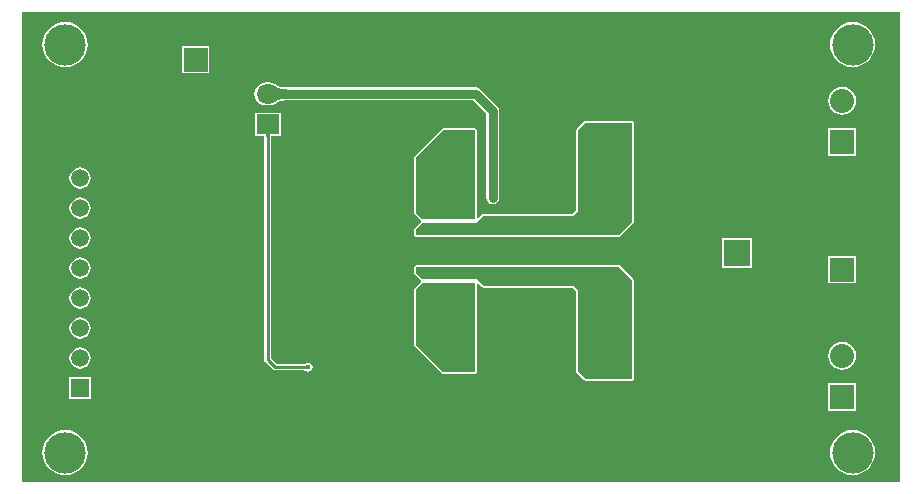
<source format=gbl>
G04*
G04 #@! TF.GenerationSoftware,Altium Limited,Altium Designer,20.2.7 (254)*
G04*
G04 Layer_Physical_Order=2*
G04 Layer_Color=16711680*
%FSLAX24Y24*%
%MOIN*%
G70*
G04*
G04 #@! TF.SameCoordinates,1EA883F8-83C0-4C25-9ED1-4D81CC3EECC2*
G04*
G04*
G04 #@! TF.FilePolarity,Positive*
G04*
G01*
G75*
%ADD15C,0.0100*%
%ADD41C,0.0060*%
%ADD42C,0.0300*%
%ADD43C,0.1380*%
%ADD44C,0.0900*%
%ADD45R,0.0900X0.0900*%
%ADD46C,0.0800*%
%ADD47R,0.0800X0.0800*%
%ADD48O,0.0750X0.0650*%
%ADD49R,0.0750X0.0650*%
%ADD50C,0.0591*%
%ADD51R,0.0591X0.0591*%
%ADD52R,0.0800X0.0800*%
%ADD53C,0.0177*%
%ADD54C,0.0197*%
G36*
X49238Y20012D02*
X19962D01*
Y35688D01*
X49238D01*
Y20012D01*
D02*
G37*
%LPC*%
G36*
X47650Y35354D02*
X47503Y35339D01*
X47362Y35296D01*
X47231Y35227D01*
X47117Y35133D01*
X47023Y35019D01*
X46954Y34888D01*
X46911Y34747D01*
X46896Y34600D01*
X46911Y34453D01*
X46954Y34312D01*
X47023Y34181D01*
X47117Y34067D01*
X47231Y33973D01*
X47362Y33904D01*
X47503Y33861D01*
X47650Y33846D01*
X47797Y33861D01*
X47938Y33904D01*
X48069Y33973D01*
X48183Y34067D01*
X48277Y34181D01*
X48346Y34312D01*
X48389Y34453D01*
X48404Y34600D01*
X48389Y34747D01*
X48346Y34888D01*
X48277Y35019D01*
X48183Y35133D01*
X48069Y35227D01*
X47938Y35296D01*
X47797Y35339D01*
X47650Y35354D01*
D02*
G37*
G36*
X21400D02*
X21253Y35339D01*
X21112Y35296D01*
X20981Y35227D01*
X20867Y35133D01*
X20773Y35019D01*
X20704Y34888D01*
X20661Y34747D01*
X20646Y34600D01*
X20661Y34453D01*
X20704Y34312D01*
X20773Y34181D01*
X20867Y34067D01*
X20981Y33973D01*
X21112Y33904D01*
X21253Y33861D01*
X21400Y33846D01*
X21547Y33861D01*
X21688Y33904D01*
X21819Y33973D01*
X21933Y34067D01*
X22027Y34181D01*
X22096Y34312D01*
X22139Y34453D01*
X22154Y34600D01*
X22139Y34747D01*
X22096Y34888D01*
X22027Y35019D01*
X21933Y35133D01*
X21819Y35227D01*
X21688Y35296D01*
X21547Y35339D01*
X21400Y35354D01*
D02*
G37*
G36*
X26210Y34560D02*
X25290D01*
Y33640D01*
X26210D01*
Y34560D01*
D02*
G37*
G36*
X47300Y33192D02*
X47180Y33176D01*
X47068Y33130D01*
X46972Y33056D01*
X46898Y32960D01*
X46852Y32848D01*
X46836Y32728D01*
X46852Y32608D01*
X46898Y32496D01*
X46972Y32400D01*
X47068Y32326D01*
X47180Y32280D01*
X47300Y32264D01*
X47420Y32280D01*
X47532Y32326D01*
X47628Y32400D01*
X47702Y32496D01*
X47748Y32608D01*
X47764Y32728D01*
X47748Y32848D01*
X47702Y32960D01*
X47628Y33056D01*
X47532Y33130D01*
X47420Y33176D01*
X47300Y33192D01*
D02*
G37*
G36*
X47760Y31810D02*
X46840D01*
Y30890D01*
X47760D01*
Y31810D01*
D02*
G37*
G36*
X21900Y30508D02*
X21807Y30496D01*
X21721Y30460D01*
X21647Y30403D01*
X21590Y30329D01*
X21554Y30243D01*
X21542Y30150D01*
X21554Y30057D01*
X21590Y29971D01*
X21647Y29897D01*
X21721Y29840D01*
X21807Y29804D01*
X21900Y29792D01*
X21993Y29804D01*
X22079Y29840D01*
X22153Y29897D01*
X22210Y29971D01*
X22246Y30057D01*
X22258Y30150D01*
X22246Y30243D01*
X22210Y30329D01*
X22153Y30403D01*
X22079Y30460D01*
X21993Y30496D01*
X21900Y30508D01*
D02*
G37*
G36*
X28200Y33348D02*
X28100D01*
X27999Y33335D01*
X27906Y33296D01*
X27825Y33235D01*
X27764Y33154D01*
X27725Y33061D01*
X27712Y32960D01*
X27725Y32859D01*
X27764Y32766D01*
X27825Y32685D01*
X27906Y32624D01*
X27999Y32585D01*
X28100Y32572D01*
X28200D01*
X28300Y32585D01*
X28394Y32624D01*
X28408Y32635D01*
X28420Y32638D01*
X28448Y32659D01*
X28476Y32676D01*
X28507Y32692D01*
X28539Y32706D01*
X28574Y32718D01*
X28612Y32727D01*
X28651Y32735D01*
X28740Y32744D01*
X28789Y32745D01*
X28790Y32746D01*
X35001D01*
X35436Y32311D01*
Y29500D01*
X35452Y29418D01*
X35499Y29349D01*
X35568Y29302D01*
X35650Y29286D01*
X35732Y29302D01*
X35801Y29349D01*
X35848Y29418D01*
X35864Y29500D01*
Y32400D01*
X35848Y32482D01*
X35801Y32551D01*
X35241Y33111D01*
X35172Y33158D01*
X35090Y33174D01*
X28790D01*
X28789Y33175D01*
X28739Y33176D01*
X28694Y33179D01*
X28652Y33185D01*
X28612Y33193D01*
X28574Y33202D01*
X28539Y33214D01*
X28507Y33228D01*
X28476Y33244D01*
X28448Y33261D01*
X28420Y33282D01*
X28408Y33285D01*
X28394Y33296D01*
X28300Y33335D01*
X28200Y33348D01*
D02*
G37*
G36*
X40300Y32065D02*
X38750D01*
X38704Y32046D01*
X38454Y31796D01*
X38435Y31750D01*
X38435Y29077D01*
X38323Y28965D01*
X36608D01*
X36604Y28963D01*
X36600Y28963D01*
X36596Y28963D01*
X36592Y28965D01*
X35350D01*
X35304Y28946D01*
X35165Y28807D01*
X35115Y28828D01*
Y31750D01*
X35096Y31796D01*
X35050Y31815D01*
X34000Y31815D01*
X33954Y31796D01*
X33054Y30896D01*
X33035Y30850D01*
Y29000D01*
X33054Y28954D01*
X33254Y28754D01*
X33259Y28752D01*
X33259Y28698D01*
X33254Y28696D01*
X33054Y28496D01*
X33035Y28450D01*
Y28266D01*
X33054Y28220D01*
X33100Y28201D01*
X38928D01*
X38966Y28185D01*
X39850D01*
X39896Y28204D01*
X40346Y28654D01*
X40365Y28700D01*
X40365Y31750D01*
Y32000D01*
X40359Y32014D01*
X40358Y32029D01*
X40358Y32029D01*
X40350Y32036D01*
X40346Y32046D01*
X40332Y32052D01*
X40321Y32062D01*
X40320Y32062D01*
X40310Y32061D01*
X40300Y32065D01*
D02*
G37*
G36*
X21900Y29508D02*
X21807Y29496D01*
X21721Y29460D01*
X21647Y29403D01*
X21590Y29329D01*
X21554Y29243D01*
X21542Y29150D01*
X21554Y29057D01*
X21590Y28971D01*
X21647Y28897D01*
X21721Y28840D01*
X21807Y28804D01*
X21900Y28792D01*
X21993Y28804D01*
X22079Y28840D01*
X22153Y28897D01*
X22210Y28971D01*
X22246Y29057D01*
X22258Y29150D01*
X22246Y29243D01*
X22210Y29329D01*
X22153Y29403D01*
X22079Y29460D01*
X21993Y29496D01*
X21900Y29508D01*
D02*
G37*
G36*
Y28508D02*
X21807Y28496D01*
X21721Y28460D01*
X21647Y28403D01*
X21590Y28329D01*
X21554Y28243D01*
X21542Y28150D01*
X21554Y28057D01*
X21590Y27971D01*
X21647Y27897D01*
X21721Y27840D01*
X21807Y27804D01*
X21900Y27792D01*
X21993Y27804D01*
X22079Y27840D01*
X22153Y27897D01*
X22210Y27971D01*
X22246Y28057D01*
X22258Y28150D01*
X22246Y28243D01*
X22210Y28329D01*
X22153Y28403D01*
X22079Y28460D01*
X21993Y28496D01*
X21900Y28508D01*
D02*
G37*
G36*
X44310Y28160D02*
X43290D01*
Y27140D01*
X44310D01*
Y28160D01*
D02*
G37*
G36*
X21900Y27508D02*
X21807Y27496D01*
X21721Y27460D01*
X21647Y27403D01*
X21590Y27329D01*
X21554Y27243D01*
X21542Y27150D01*
X21554Y27057D01*
X21590Y26971D01*
X21647Y26897D01*
X21721Y26840D01*
X21807Y26804D01*
X21900Y26792D01*
X21993Y26804D01*
X22079Y26840D01*
X22153Y26897D01*
X22210Y26971D01*
X22246Y27057D01*
X22258Y27150D01*
X22246Y27243D01*
X22210Y27329D01*
X22153Y27403D01*
X22079Y27460D01*
X21993Y27496D01*
X21900Y27508D01*
D02*
G37*
G36*
X47760Y27560D02*
X46840D01*
Y26640D01*
X47760D01*
Y27560D01*
D02*
G37*
G36*
X21900Y26508D02*
X21807Y26496D01*
X21721Y26460D01*
X21647Y26403D01*
X21590Y26329D01*
X21554Y26243D01*
X21542Y26150D01*
X21554Y26057D01*
X21590Y25971D01*
X21647Y25897D01*
X21721Y25840D01*
X21807Y25804D01*
X21900Y25792D01*
X21993Y25804D01*
X22079Y25840D01*
X22153Y25897D01*
X22210Y25971D01*
X22246Y26057D01*
X22258Y26150D01*
X22246Y26243D01*
X22210Y26329D01*
X22153Y26403D01*
X22079Y26460D01*
X21993Y26496D01*
X21900Y26508D01*
D02*
G37*
G36*
Y25508D02*
X21807Y25496D01*
X21721Y25460D01*
X21647Y25403D01*
X21590Y25329D01*
X21554Y25243D01*
X21542Y25150D01*
X21554Y25057D01*
X21590Y24971D01*
X21647Y24897D01*
X21721Y24840D01*
X21807Y24804D01*
X21900Y24792D01*
X21993Y24804D01*
X22079Y24840D01*
X22153Y24897D01*
X22210Y24971D01*
X22246Y25057D01*
X22258Y25150D01*
X22246Y25243D01*
X22210Y25329D01*
X22153Y25403D01*
X22079Y25460D01*
X21993Y25496D01*
X21900Y25508D01*
D02*
G37*
G36*
Y24508D02*
X21807Y24496D01*
X21721Y24460D01*
X21647Y24403D01*
X21590Y24329D01*
X21554Y24243D01*
X21542Y24150D01*
X21554Y24057D01*
X21590Y23971D01*
X21647Y23897D01*
X21721Y23840D01*
X21807Y23804D01*
X21900Y23792D01*
X21993Y23804D01*
X22079Y23840D01*
X22153Y23897D01*
X22210Y23971D01*
X22246Y24057D01*
X22258Y24150D01*
X22246Y24243D01*
X22210Y24329D01*
X22153Y24403D01*
X22079Y24460D01*
X21993Y24496D01*
X21900Y24508D01*
D02*
G37*
G36*
X47300Y24692D02*
X47180Y24676D01*
X47068Y24630D01*
X46972Y24556D01*
X46898Y24460D01*
X46852Y24348D01*
X46836Y24228D01*
X46852Y24108D01*
X46898Y23996D01*
X46972Y23900D01*
X47068Y23826D01*
X47180Y23780D01*
X47300Y23764D01*
X47420Y23780D01*
X47532Y23826D01*
X47628Y23900D01*
X47702Y23996D01*
X47748Y24108D01*
X47764Y24228D01*
X47748Y24348D01*
X47702Y24460D01*
X47628Y24556D01*
X47532Y24630D01*
X47420Y24676D01*
X47300Y24692D01*
D02*
G37*
G36*
X28585Y32335D02*
X27715D01*
Y31565D01*
X28032D01*
X28032Y31563D01*
X28034Y31554D01*
X28035Y31541D01*
X28035Y31524D01*
X28038Y31518D01*
Y24100D01*
X28038Y24100D01*
X28046Y24057D01*
X28071Y24021D01*
X28321Y23771D01*
X28321Y23771D01*
X28357Y23746D01*
X28400Y23738D01*
X29366D01*
X29372Y23735D01*
X29389Y23735D01*
X29400Y23734D01*
X29403Y23733D01*
X29404Y23733D01*
X29406Y23732D01*
X29406Y23732D01*
X29407Y23732D01*
X29409Y23732D01*
X29442Y23710D01*
X29500Y23699D01*
X29558Y23710D01*
X29607Y23743D01*
X29640Y23792D01*
X29651Y23850D01*
X29640Y23908D01*
X29607Y23957D01*
X29558Y23990D01*
X29500Y24001D01*
X29442Y23990D01*
X29409Y23968D01*
X29407Y23968D01*
X29406Y23968D01*
X29406Y23968D01*
X29404Y23967D01*
X29403Y23967D01*
X29401Y23966D01*
X29381Y23965D01*
X29373Y23965D01*
X29366Y23962D01*
X28446D01*
X28262Y24146D01*
Y31518D01*
X28265Y31524D01*
X28265Y31541D01*
X28266Y31554D01*
X28268Y31563D01*
X28268Y31565D01*
X28585D01*
Y32335D01*
D02*
G37*
G36*
X39850Y27265D02*
X38966D01*
X38928Y27249D01*
X33100D01*
X33054Y27230D01*
X33035Y27184D01*
Y27000D01*
X33054Y26954D01*
X33254Y26754D01*
X33259Y26752D01*
X33259Y26698D01*
X33254Y26696D01*
X33054Y26496D01*
X33035Y26450D01*
Y24600D01*
X33054Y24554D01*
X33954Y23654D01*
X34000Y23635D01*
X35050Y23635D01*
X35096Y23654D01*
X35115Y23700D01*
Y26623D01*
X35165Y26643D01*
X35304Y26504D01*
X35350Y26485D01*
X36592D01*
X36596Y26487D01*
X36600Y26487D01*
X36604Y26487D01*
X36608Y26485D01*
X38323D01*
X38435Y26373D01*
X38435Y23700D01*
X38454Y23654D01*
X38704Y23404D01*
X38750Y23385D01*
X40300D01*
X40310Y23389D01*
X40320Y23388D01*
X40321Y23388D01*
X40332Y23398D01*
X40346Y23404D01*
X40350Y23414D01*
X40358Y23421D01*
X40358Y23421D01*
X40359Y23436D01*
X40365Y23450D01*
Y23700D01*
X40365Y26750D01*
X40346Y26796D01*
X39896Y27246D01*
X39850Y27265D01*
D02*
G37*
G36*
X22255Y23505D02*
X21545D01*
Y22795D01*
X22255D01*
Y23505D01*
D02*
G37*
G36*
X47760Y23310D02*
X46840D01*
Y22390D01*
X47760D01*
Y23310D01*
D02*
G37*
G36*
X47650Y21754D02*
X47503Y21739D01*
X47362Y21696D01*
X47231Y21627D01*
X47117Y21533D01*
X47023Y21419D01*
X46954Y21288D01*
X46911Y21147D01*
X46896Y21000D01*
X46911Y20853D01*
X46954Y20712D01*
X47023Y20581D01*
X47117Y20467D01*
X47231Y20373D01*
X47362Y20304D01*
X47503Y20261D01*
X47650Y20246D01*
X47797Y20261D01*
X47938Y20304D01*
X48069Y20373D01*
X48183Y20467D01*
X48277Y20581D01*
X48346Y20712D01*
X48389Y20853D01*
X48404Y21000D01*
X48389Y21147D01*
X48346Y21288D01*
X48277Y21419D01*
X48183Y21533D01*
X48069Y21627D01*
X47938Y21696D01*
X47797Y21739D01*
X47650Y21754D01*
D02*
G37*
G36*
X21400D02*
X21253Y21739D01*
X21112Y21696D01*
X20981Y21627D01*
X20867Y21533D01*
X20773Y21419D01*
X20704Y21288D01*
X20661Y21147D01*
X20646Y21000D01*
X20661Y20853D01*
X20704Y20712D01*
X20773Y20581D01*
X20867Y20467D01*
X20981Y20373D01*
X21112Y20304D01*
X21253Y20261D01*
X21400Y20246D01*
X21547Y20261D01*
X21688Y20304D01*
X21819Y20373D01*
X21933Y20467D01*
X22027Y20581D01*
X22096Y20712D01*
X22139Y20853D01*
X22154Y21000D01*
X22139Y21147D01*
X22096Y21288D01*
X22027Y21419D01*
X21933Y21533D01*
X21819Y21627D01*
X21688Y21696D01*
X21547Y21739D01*
X21400Y21754D01*
D02*
G37*
%LPD*%
G36*
X28411Y33208D02*
X28444Y33187D01*
X28479Y33169D01*
X28516Y33153D01*
X28556Y33140D01*
X28598Y33129D01*
X28641Y33121D01*
X28688Y33115D01*
X28736Y33111D01*
X28787Y33110D01*
Y32810D01*
X28736Y32809D01*
X28641Y32799D01*
X28598Y32791D01*
X28556Y32780D01*
X28516Y32767D01*
X28479Y32751D01*
X28444Y32733D01*
X28411Y32712D01*
X28381Y32689D01*
Y33231D01*
X28411Y33208D01*
D02*
G37*
G36*
X40300Y32000D02*
Y31750D01*
X40300Y28700D01*
X39850Y28250D01*
X38966D01*
X38950Y28266D01*
X33100D01*
Y28450D01*
X33300Y28650D01*
X35100D01*
X35350Y28900D01*
X36592D01*
X36600Y28899D01*
X36608Y28900D01*
X38350D01*
X38500Y29050D01*
X38500Y31750D01*
X38750Y32000D01*
X40300D01*
X40300Y32000D01*
D02*
G37*
G36*
X35050Y28800D02*
X33300D01*
X33100Y29000D01*
Y30850D01*
X34000Y31750D01*
X35050Y31750D01*
Y28800D01*
D02*
G37*
G36*
X28240Y31625D02*
X28232Y31622D01*
X28224Y31617D01*
X28218Y31610D01*
X28212Y31601D01*
X28208Y31590D01*
X28205Y31577D01*
X28202Y31562D01*
X28201Y31545D01*
X28200Y31526D01*
X28100D01*
X28100Y31545D01*
X28098Y31562D01*
X28096Y31577D01*
X28092Y31590D01*
X28087Y31601D01*
X28082Y31610D01*
X28075Y31617D01*
X28068Y31622D01*
X28059Y31625D01*
X28050Y31626D01*
X28250D01*
X28240Y31625D01*
D02*
G37*
G36*
X29437Y23788D02*
X29434Y23790D01*
X29430Y23792D01*
X29426Y23794D01*
X29421Y23796D01*
X29415Y23797D01*
X29408Y23798D01*
X29393Y23800D01*
X29374Y23800D01*
Y23900D01*
X29384Y23900D01*
X29408Y23902D01*
X29415Y23903D01*
X29421Y23904D01*
X29426Y23906D01*
X29430Y23908D01*
X29434Y23910D01*
X29437Y23912D01*
Y23788D01*
D02*
G37*
G36*
X35050Y23700D02*
X34000Y23700D01*
X33100Y24600D01*
Y26450D01*
X33300Y26650D01*
X35050D01*
Y23700D01*
D02*
G37*
G36*
X40300Y26750D02*
X40300Y23700D01*
Y23450D01*
X40300Y23450D01*
X38750D01*
X38500Y23700D01*
X38500Y26400D01*
X38350Y26550D01*
X36608D01*
X36600Y26551D01*
X36592Y26550D01*
X35350D01*
X35100Y26800D01*
X33300D01*
X33100Y27000D01*
Y27184D01*
X38950D01*
X38966Y27200D01*
X39850D01*
X40300Y26750D01*
D02*
G37*
D15*
X31213Y23087D02*
X31700Y22600D01*
X31213Y23087D02*
Y26426D01*
X35550Y22600D02*
X37700Y24750D01*
X31700Y22600D02*
X35550D01*
X36600Y25850D02*
Y26400D01*
Y25850D02*
X37700Y24750D01*
X28400Y23850D02*
X29500D01*
X28150Y24100D02*
Y31950D01*
Y24100D02*
X28400Y23850D01*
D41*
X36600Y29050D02*
Y29500D01*
X37150Y30050D01*
X24372Y24678D02*
Y34100D01*
Y24678D02*
X25700Y23350D01*
X30700D01*
X30780Y23430D02*
Y26426D01*
X30700Y23350D02*
X30780Y23430D01*
D42*
X35650Y29500D02*
Y32400D01*
X35090Y32960D02*
X35650Y32400D01*
X28150Y32960D02*
X35090D01*
X42628Y28478D02*
X47300D01*
X41800Y27650D02*
X42628Y28478D01*
X35650Y22500D02*
X41000D01*
X35550Y22600D02*
X35650Y22500D01*
X41800Y23300D02*
Y27650D01*
X41000Y22500D02*
X41800Y23300D01*
D43*
X21400Y21000D02*
D03*
X47650D02*
D03*
Y34600D02*
D03*
X21400D02*
D03*
D44*
X41800Y27650D02*
D03*
D45*
X43800D02*
D03*
D46*
X24372Y34100D02*
D03*
X47300Y28478D02*
D03*
Y24228D02*
D03*
Y32728D02*
D03*
D47*
X25750Y34100D02*
D03*
D48*
X28150Y32960D02*
D03*
D49*
Y31950D02*
D03*
D50*
X21900Y32150D02*
D03*
Y31150D02*
D03*
Y30150D02*
D03*
Y28150D02*
D03*
Y26150D02*
D03*
Y24150D02*
D03*
Y25150D02*
D03*
Y27150D02*
D03*
Y29150D02*
D03*
D51*
Y23150D02*
D03*
D52*
X47300Y27100D02*
D03*
Y22850D02*
D03*
Y31350D02*
D03*
D53*
X48500Y34000D02*
D03*
Y32000D02*
D03*
Y30000D02*
D03*
X48000Y29000D02*
D03*
X48500Y28000D02*
D03*
Y26000D02*
D03*
X48000Y25000D02*
D03*
X48500Y24000D02*
D03*
Y22000D02*
D03*
X47500Y30000D02*
D03*
X47000Y29000D02*
D03*
X46000Y35000D02*
D03*
X46500Y34000D02*
D03*
Y30000D02*
D03*
X46000Y29000D02*
D03*
Y21000D02*
D03*
X45000Y35000D02*
D03*
X45500Y34000D02*
D03*
Y30000D02*
D03*
X45000Y21000D02*
D03*
X44000Y35000D02*
D03*
X44500Y34000D02*
D03*
Y30000D02*
D03*
X44000Y21000D02*
D03*
X43000Y35000D02*
D03*
X43500Y34000D02*
D03*
Y30000D02*
D03*
X43000Y21000D02*
D03*
X42000Y35000D02*
D03*
X42500Y34000D02*
D03*
Y30000D02*
D03*
Y28000D02*
D03*
X42000Y27000D02*
D03*
Y21000D02*
D03*
X41000Y35000D02*
D03*
X41500Y34000D02*
D03*
Y30000D02*
D03*
X41000Y27000D02*
D03*
Y21000D02*
D03*
X40000Y35000D02*
D03*
X40500Y34000D02*
D03*
Y30000D02*
D03*
Y28000D02*
D03*
X40000Y21000D02*
D03*
X39000Y35000D02*
D03*
X39500Y34000D02*
D03*
Y28000D02*
D03*
X39000Y21000D02*
D03*
X38000Y35000D02*
D03*
X38500Y34000D02*
D03*
Y32000D02*
D03*
X38000Y31000D02*
D03*
X38500Y28000D02*
D03*
X38000Y25000D02*
D03*
Y21000D02*
D03*
X37000Y35000D02*
D03*
X37500Y34000D02*
D03*
Y32000D02*
D03*
X37000Y31000D02*
D03*
X37500Y30000D02*
D03*
X37000Y25000D02*
D03*
X37500Y24000D02*
D03*
X37000Y21000D02*
D03*
X36000Y35000D02*
D03*
X36500Y34000D02*
D03*
Y32000D02*
D03*
X36000Y31000D02*
D03*
X36500Y30000D02*
D03*
X36000Y25000D02*
D03*
X36500Y24000D02*
D03*
X36000Y21000D02*
D03*
X35000Y35000D02*
D03*
X35500Y34000D02*
D03*
X35000Y21000D02*
D03*
X34000Y35000D02*
D03*
X34500Y34000D02*
D03*
X34000Y23000D02*
D03*
X34500Y22000D02*
D03*
X34000Y21000D02*
D03*
X33000Y35000D02*
D03*
X33500Y34000D02*
D03*
Y32000D02*
D03*
X33000Y23000D02*
D03*
X33500Y22000D02*
D03*
X33000Y21000D02*
D03*
X32000Y35000D02*
D03*
X32500Y34000D02*
D03*
Y32000D02*
D03*
X32000Y29000D02*
D03*
Y27000D02*
D03*
Y25000D02*
D03*
Y23000D02*
D03*
X32500Y22000D02*
D03*
X32000Y21000D02*
D03*
X31000Y35000D02*
D03*
X31500Y34000D02*
D03*
X31000Y31000D02*
D03*
X31500Y30000D02*
D03*
X31000Y25000D02*
D03*
Y23000D02*
D03*
X31500Y22000D02*
D03*
X31000Y21000D02*
D03*
X30500Y34000D02*
D03*
Y30000D02*
D03*
X30000Y29000D02*
D03*
Y27000D02*
D03*
Y25000D02*
D03*
Y23000D02*
D03*
X30500Y22000D02*
D03*
X30000Y21000D02*
D03*
X29000Y31000D02*
D03*
Y25000D02*
D03*
Y23000D02*
D03*
X29500Y22000D02*
D03*
X29000Y21000D02*
D03*
X28500Y30000D02*
D03*
X28000Y23000D02*
D03*
X28500Y22000D02*
D03*
X28000Y21000D02*
D03*
X27500Y34000D02*
D03*
X27000Y33000D02*
D03*
X27500Y32000D02*
D03*
Y30000D02*
D03*
X27000Y25000D02*
D03*
X27500Y24000D02*
D03*
X27000Y23000D02*
D03*
X27500Y22000D02*
D03*
X27000Y21000D02*
D03*
X26000Y35000D02*
D03*
X26500Y34000D02*
D03*
Y32000D02*
D03*
Y30000D02*
D03*
Y28000D02*
D03*
X26000Y25000D02*
D03*
X26500Y24000D02*
D03*
X26000Y23000D02*
D03*
X26500Y22000D02*
D03*
X26000Y21000D02*
D03*
X25000Y35000D02*
D03*
Y33000D02*
D03*
Y31000D02*
D03*
X25500Y30000D02*
D03*
Y28000D02*
D03*
Y24000D02*
D03*
X25000Y23000D02*
D03*
X25500Y22000D02*
D03*
X25000Y21000D02*
D03*
X24000Y35000D02*
D03*
Y33000D02*
D03*
X24500Y32000D02*
D03*
Y30000D02*
D03*
Y28000D02*
D03*
Y26000D02*
D03*
Y24000D02*
D03*
X24000Y23000D02*
D03*
X24500Y22000D02*
D03*
X24000Y21000D02*
D03*
X23000Y35000D02*
D03*
X23500Y34000D02*
D03*
X23000Y33000D02*
D03*
X23500Y32000D02*
D03*
X23000Y31000D02*
D03*
X23500Y30000D02*
D03*
Y28000D02*
D03*
Y22000D02*
D03*
X23000Y21000D02*
D03*
X22500Y34000D02*
D03*
X22000Y33000D02*
D03*
X22500Y32000D02*
D03*
Y28000D02*
D03*
Y22000D02*
D03*
X21000Y33000D02*
D03*
Y31000D02*
D03*
Y29000D02*
D03*
Y27000D02*
D03*
Y25000D02*
D03*
Y23000D02*
D03*
X21500Y22000D02*
D03*
X38372Y28578D02*
D03*
X36600Y29050D02*
D03*
X34860Y31080D02*
D03*
X37150Y30050D02*
D03*
X35650Y29500D02*
D03*
X36600Y26400D02*
D03*
X37700Y24750D02*
D03*
X29500Y23850D02*
D03*
X38650Y23750D02*
D03*
X38950D02*
D03*
X39250D02*
D03*
X39550D02*
D03*
X39850D02*
D03*
X40150D02*
D03*
Y24050D02*
D03*
X39850D02*
D03*
X39550D02*
D03*
X39250D02*
D03*
X38950D02*
D03*
X38650D02*
D03*
Y31700D02*
D03*
X38950D02*
D03*
X39250D02*
D03*
X39550D02*
D03*
X39850D02*
D03*
X40150D02*
D03*
Y31400D02*
D03*
X39850D02*
D03*
X39550D02*
D03*
X39250D02*
D03*
X38950D02*
D03*
X38650D02*
D03*
X34000Y24550D02*
D03*
X34300D02*
D03*
X34600D02*
D03*
Y24250D02*
D03*
X34300D02*
D03*
X34000D02*
D03*
X34600Y23950D02*
D03*
X34300D02*
D03*
X34050Y30900D02*
D03*
X34350D02*
D03*
X34650D02*
D03*
X34050Y31200D02*
D03*
X34350D02*
D03*
X34650D02*
D03*
Y31500D02*
D03*
X34350D02*
D03*
X38650Y24650D02*
D03*
X38950D02*
D03*
X39250D02*
D03*
X39550D02*
D03*
X39850D02*
D03*
X40150D02*
D03*
Y24350D02*
D03*
X39850D02*
D03*
X39550D02*
D03*
X39250D02*
D03*
X38950D02*
D03*
X38650D02*
D03*
X38400Y26850D02*
D03*
X38650Y30800D02*
D03*
X38950D02*
D03*
X39250D02*
D03*
X39550D02*
D03*
X39850D02*
D03*
X40150D02*
D03*
Y31100D02*
D03*
X39850D02*
D03*
X39550D02*
D03*
X39250D02*
D03*
X38950D02*
D03*
X38650D02*
D03*
X34050Y31500D02*
D03*
X34000Y23950D02*
D03*
X33350Y26450D02*
D03*
X33650D02*
D03*
X33950D02*
D03*
X34250D02*
D03*
X34550D02*
D03*
X34850D02*
D03*
Y27000D02*
D03*
X34550D02*
D03*
X34250D02*
D03*
X33950D02*
D03*
X33650D02*
D03*
X33350D02*
D03*
X34850Y28450D02*
D03*
X34550D02*
D03*
X34250D02*
D03*
X33950D02*
D03*
X33650D02*
D03*
X33350D02*
D03*
X34850Y29000D02*
D03*
X34550D02*
D03*
X34250D02*
D03*
X33950D02*
D03*
X33650D02*
D03*
X33350D02*
D03*
D54*
X31646Y26426D02*
D03*
X31213D02*
D03*
X30780D02*
D03*
X30346D02*
D03*
X31646Y26859D02*
D03*
X31213D02*
D03*
X30780D02*
D03*
X30346D02*
D03*
X31646Y27292D02*
D03*
X31213D02*
D03*
X30780D02*
D03*
X30346D02*
D03*
X31646Y27725D02*
D03*
X31213D02*
D03*
X30780D02*
D03*
X30346D02*
D03*
X31646Y28158D02*
D03*
X31213D02*
D03*
X30780D02*
D03*
X30346D02*
D03*
X31646Y28591D02*
D03*
X31213D02*
D03*
X30780D02*
D03*
X30346D02*
D03*
X31646Y29024D02*
D03*
X31213D02*
D03*
X30780D02*
D03*
X30346D02*
D03*
M02*

</source>
